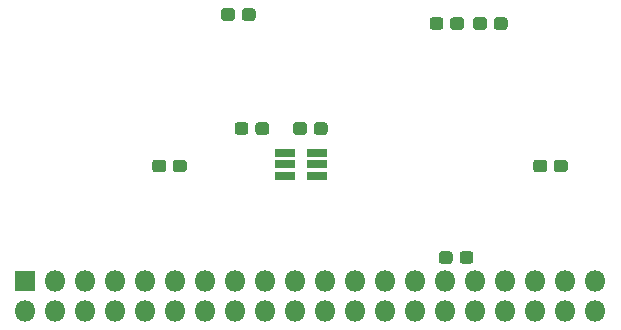
<source format=gbr>
G04 #@! TF.GenerationSoftware,KiCad,Pcbnew,(5.1.4-0-10_14)*
G04 #@! TF.CreationDate,2019-09-08T17:56:33-07:00*
G04 #@! TF.ProjectId,de10-lite-ram-rom,64653130-2d6c-4697-9465-2d72616d2d72,rev?*
G04 #@! TF.SameCoordinates,Original*
G04 #@! TF.FileFunction,Soldermask,Bot*
G04 #@! TF.FilePolarity,Negative*
%FSLAX46Y46*%
G04 Gerber Fmt 4.6, Leading zero omitted, Abs format (unit mm)*
G04 Created by KiCad (PCBNEW (5.1.4-0-10_14)) date 2019-09-08 17:56:33*
%MOMM*%
%LPD*%
G04 APERTURE LIST*
%ADD10R,1.661600X0.751600*%
%ADD11C,0.100000*%
%ADD12C,1.051600*%
%ADD13O,1.801600X1.801600*%
%ADD14R,1.801600X1.801600*%
G04 APERTURE END LIST*
D10*
X146638000Y-127762000D03*
X146638000Y-128712000D03*
X146638000Y-126812000D03*
X143938000Y-126812000D03*
X143938000Y-127762000D03*
X143938000Y-128712000D03*
D11*
G36*
X140560669Y-124189466D02*
G01*
X140586189Y-124193252D01*
X140611216Y-124199520D01*
X140635507Y-124208212D01*
X140658830Y-124219243D01*
X140680959Y-124232507D01*
X140701682Y-124247876D01*
X140720798Y-124265202D01*
X140738124Y-124284318D01*
X140753493Y-124305041D01*
X140766757Y-124327170D01*
X140777788Y-124350493D01*
X140786480Y-124374784D01*
X140792748Y-124399811D01*
X140796534Y-124425331D01*
X140797800Y-124451100D01*
X140797800Y-124976900D01*
X140796534Y-125002669D01*
X140792748Y-125028189D01*
X140786480Y-125053216D01*
X140777788Y-125077507D01*
X140766757Y-125100830D01*
X140753493Y-125122959D01*
X140738124Y-125143682D01*
X140720798Y-125162798D01*
X140701682Y-125180124D01*
X140680959Y-125195493D01*
X140658830Y-125208757D01*
X140635507Y-125219788D01*
X140611216Y-125228480D01*
X140586189Y-125234748D01*
X140560669Y-125238534D01*
X140534900Y-125239800D01*
X139909100Y-125239800D01*
X139883331Y-125238534D01*
X139857811Y-125234748D01*
X139832784Y-125228480D01*
X139808493Y-125219788D01*
X139785170Y-125208757D01*
X139763041Y-125195493D01*
X139742318Y-125180124D01*
X139723202Y-125162798D01*
X139705876Y-125143682D01*
X139690507Y-125122959D01*
X139677243Y-125100830D01*
X139666212Y-125077507D01*
X139657520Y-125053216D01*
X139651252Y-125028189D01*
X139647466Y-125002669D01*
X139646200Y-124976900D01*
X139646200Y-124451100D01*
X139647466Y-124425331D01*
X139651252Y-124399811D01*
X139657520Y-124374784D01*
X139666212Y-124350493D01*
X139677243Y-124327170D01*
X139690507Y-124305041D01*
X139705876Y-124284318D01*
X139723202Y-124265202D01*
X139742318Y-124247876D01*
X139763041Y-124232507D01*
X139785170Y-124219243D01*
X139808493Y-124208212D01*
X139832784Y-124199520D01*
X139857811Y-124193252D01*
X139883331Y-124189466D01*
X139909100Y-124188200D01*
X140534900Y-124188200D01*
X140560669Y-124189466D01*
X140560669Y-124189466D01*
G37*
D12*
X140222000Y-124714000D03*
D11*
G36*
X142310669Y-124189466D02*
G01*
X142336189Y-124193252D01*
X142361216Y-124199520D01*
X142385507Y-124208212D01*
X142408830Y-124219243D01*
X142430959Y-124232507D01*
X142451682Y-124247876D01*
X142470798Y-124265202D01*
X142488124Y-124284318D01*
X142503493Y-124305041D01*
X142516757Y-124327170D01*
X142527788Y-124350493D01*
X142536480Y-124374784D01*
X142542748Y-124399811D01*
X142546534Y-124425331D01*
X142547800Y-124451100D01*
X142547800Y-124976900D01*
X142546534Y-125002669D01*
X142542748Y-125028189D01*
X142536480Y-125053216D01*
X142527788Y-125077507D01*
X142516757Y-125100830D01*
X142503493Y-125122959D01*
X142488124Y-125143682D01*
X142470798Y-125162798D01*
X142451682Y-125180124D01*
X142430959Y-125195493D01*
X142408830Y-125208757D01*
X142385507Y-125219788D01*
X142361216Y-125228480D01*
X142336189Y-125234748D01*
X142310669Y-125238534D01*
X142284900Y-125239800D01*
X141659100Y-125239800D01*
X141633331Y-125238534D01*
X141607811Y-125234748D01*
X141582784Y-125228480D01*
X141558493Y-125219788D01*
X141535170Y-125208757D01*
X141513041Y-125195493D01*
X141492318Y-125180124D01*
X141473202Y-125162798D01*
X141455876Y-125143682D01*
X141440507Y-125122959D01*
X141427243Y-125100830D01*
X141416212Y-125077507D01*
X141407520Y-125053216D01*
X141401252Y-125028189D01*
X141397466Y-125002669D01*
X141396200Y-124976900D01*
X141396200Y-124451100D01*
X141397466Y-124425331D01*
X141401252Y-124399811D01*
X141407520Y-124374784D01*
X141416212Y-124350493D01*
X141427243Y-124327170D01*
X141440507Y-124305041D01*
X141455876Y-124284318D01*
X141473202Y-124265202D01*
X141492318Y-124247876D01*
X141513041Y-124232507D01*
X141535170Y-124219243D01*
X141558493Y-124208212D01*
X141582784Y-124199520D01*
X141607811Y-124193252D01*
X141633331Y-124189466D01*
X141659100Y-124188200D01*
X142284900Y-124188200D01*
X142310669Y-124189466D01*
X142310669Y-124189466D01*
G37*
D12*
X141972000Y-124714000D03*
D11*
G36*
X165833669Y-127364466D02*
G01*
X165859189Y-127368252D01*
X165884216Y-127374520D01*
X165908507Y-127383212D01*
X165931830Y-127394243D01*
X165953959Y-127407507D01*
X165974682Y-127422876D01*
X165993798Y-127440202D01*
X166011124Y-127459318D01*
X166026493Y-127480041D01*
X166039757Y-127502170D01*
X166050788Y-127525493D01*
X166059480Y-127549784D01*
X166065748Y-127574811D01*
X166069534Y-127600331D01*
X166070800Y-127626100D01*
X166070800Y-128151900D01*
X166069534Y-128177669D01*
X166065748Y-128203189D01*
X166059480Y-128228216D01*
X166050788Y-128252507D01*
X166039757Y-128275830D01*
X166026493Y-128297959D01*
X166011124Y-128318682D01*
X165993798Y-128337798D01*
X165974682Y-128355124D01*
X165953959Y-128370493D01*
X165931830Y-128383757D01*
X165908507Y-128394788D01*
X165884216Y-128403480D01*
X165859189Y-128409748D01*
X165833669Y-128413534D01*
X165807900Y-128414800D01*
X165182100Y-128414800D01*
X165156331Y-128413534D01*
X165130811Y-128409748D01*
X165105784Y-128403480D01*
X165081493Y-128394788D01*
X165058170Y-128383757D01*
X165036041Y-128370493D01*
X165015318Y-128355124D01*
X164996202Y-128337798D01*
X164978876Y-128318682D01*
X164963507Y-128297959D01*
X164950243Y-128275830D01*
X164939212Y-128252507D01*
X164930520Y-128228216D01*
X164924252Y-128203189D01*
X164920466Y-128177669D01*
X164919200Y-128151900D01*
X164919200Y-127626100D01*
X164920466Y-127600331D01*
X164924252Y-127574811D01*
X164930520Y-127549784D01*
X164939212Y-127525493D01*
X164950243Y-127502170D01*
X164963507Y-127480041D01*
X164978876Y-127459318D01*
X164996202Y-127440202D01*
X165015318Y-127422876D01*
X165036041Y-127407507D01*
X165058170Y-127394243D01*
X165081493Y-127383212D01*
X165105784Y-127374520D01*
X165130811Y-127368252D01*
X165156331Y-127364466D01*
X165182100Y-127363200D01*
X165807900Y-127363200D01*
X165833669Y-127364466D01*
X165833669Y-127364466D01*
G37*
D12*
X165495000Y-127889000D03*
D11*
G36*
X167583669Y-127364466D02*
G01*
X167609189Y-127368252D01*
X167634216Y-127374520D01*
X167658507Y-127383212D01*
X167681830Y-127394243D01*
X167703959Y-127407507D01*
X167724682Y-127422876D01*
X167743798Y-127440202D01*
X167761124Y-127459318D01*
X167776493Y-127480041D01*
X167789757Y-127502170D01*
X167800788Y-127525493D01*
X167809480Y-127549784D01*
X167815748Y-127574811D01*
X167819534Y-127600331D01*
X167820800Y-127626100D01*
X167820800Y-128151900D01*
X167819534Y-128177669D01*
X167815748Y-128203189D01*
X167809480Y-128228216D01*
X167800788Y-128252507D01*
X167789757Y-128275830D01*
X167776493Y-128297959D01*
X167761124Y-128318682D01*
X167743798Y-128337798D01*
X167724682Y-128355124D01*
X167703959Y-128370493D01*
X167681830Y-128383757D01*
X167658507Y-128394788D01*
X167634216Y-128403480D01*
X167609189Y-128409748D01*
X167583669Y-128413534D01*
X167557900Y-128414800D01*
X166932100Y-128414800D01*
X166906331Y-128413534D01*
X166880811Y-128409748D01*
X166855784Y-128403480D01*
X166831493Y-128394788D01*
X166808170Y-128383757D01*
X166786041Y-128370493D01*
X166765318Y-128355124D01*
X166746202Y-128337798D01*
X166728876Y-128318682D01*
X166713507Y-128297959D01*
X166700243Y-128275830D01*
X166689212Y-128252507D01*
X166680520Y-128228216D01*
X166674252Y-128203189D01*
X166670466Y-128177669D01*
X166669200Y-128151900D01*
X166669200Y-127626100D01*
X166670466Y-127600331D01*
X166674252Y-127574811D01*
X166680520Y-127549784D01*
X166689212Y-127525493D01*
X166700243Y-127502170D01*
X166713507Y-127480041D01*
X166728876Y-127459318D01*
X166746202Y-127440202D01*
X166765318Y-127422876D01*
X166786041Y-127407507D01*
X166808170Y-127394243D01*
X166831493Y-127383212D01*
X166855784Y-127374520D01*
X166880811Y-127368252D01*
X166906331Y-127364466D01*
X166932100Y-127363200D01*
X167557900Y-127363200D01*
X167583669Y-127364466D01*
X167583669Y-127364466D01*
G37*
D12*
X167245000Y-127889000D03*
D11*
G36*
X135325669Y-127364466D02*
G01*
X135351189Y-127368252D01*
X135376216Y-127374520D01*
X135400507Y-127383212D01*
X135423830Y-127394243D01*
X135445959Y-127407507D01*
X135466682Y-127422876D01*
X135485798Y-127440202D01*
X135503124Y-127459318D01*
X135518493Y-127480041D01*
X135531757Y-127502170D01*
X135542788Y-127525493D01*
X135551480Y-127549784D01*
X135557748Y-127574811D01*
X135561534Y-127600331D01*
X135562800Y-127626100D01*
X135562800Y-128151900D01*
X135561534Y-128177669D01*
X135557748Y-128203189D01*
X135551480Y-128228216D01*
X135542788Y-128252507D01*
X135531757Y-128275830D01*
X135518493Y-128297959D01*
X135503124Y-128318682D01*
X135485798Y-128337798D01*
X135466682Y-128355124D01*
X135445959Y-128370493D01*
X135423830Y-128383757D01*
X135400507Y-128394788D01*
X135376216Y-128403480D01*
X135351189Y-128409748D01*
X135325669Y-128413534D01*
X135299900Y-128414800D01*
X134674100Y-128414800D01*
X134648331Y-128413534D01*
X134622811Y-128409748D01*
X134597784Y-128403480D01*
X134573493Y-128394788D01*
X134550170Y-128383757D01*
X134528041Y-128370493D01*
X134507318Y-128355124D01*
X134488202Y-128337798D01*
X134470876Y-128318682D01*
X134455507Y-128297959D01*
X134442243Y-128275830D01*
X134431212Y-128252507D01*
X134422520Y-128228216D01*
X134416252Y-128203189D01*
X134412466Y-128177669D01*
X134411200Y-128151900D01*
X134411200Y-127626100D01*
X134412466Y-127600331D01*
X134416252Y-127574811D01*
X134422520Y-127549784D01*
X134431212Y-127525493D01*
X134442243Y-127502170D01*
X134455507Y-127480041D01*
X134470876Y-127459318D01*
X134488202Y-127440202D01*
X134507318Y-127422876D01*
X134528041Y-127407507D01*
X134550170Y-127394243D01*
X134573493Y-127383212D01*
X134597784Y-127374520D01*
X134622811Y-127368252D01*
X134648331Y-127364466D01*
X134674100Y-127363200D01*
X135299900Y-127363200D01*
X135325669Y-127364466D01*
X135325669Y-127364466D01*
G37*
D12*
X134987000Y-127889000D03*
D11*
G36*
X133575669Y-127364466D02*
G01*
X133601189Y-127368252D01*
X133626216Y-127374520D01*
X133650507Y-127383212D01*
X133673830Y-127394243D01*
X133695959Y-127407507D01*
X133716682Y-127422876D01*
X133735798Y-127440202D01*
X133753124Y-127459318D01*
X133768493Y-127480041D01*
X133781757Y-127502170D01*
X133792788Y-127525493D01*
X133801480Y-127549784D01*
X133807748Y-127574811D01*
X133811534Y-127600331D01*
X133812800Y-127626100D01*
X133812800Y-128151900D01*
X133811534Y-128177669D01*
X133807748Y-128203189D01*
X133801480Y-128228216D01*
X133792788Y-128252507D01*
X133781757Y-128275830D01*
X133768493Y-128297959D01*
X133753124Y-128318682D01*
X133735798Y-128337798D01*
X133716682Y-128355124D01*
X133695959Y-128370493D01*
X133673830Y-128383757D01*
X133650507Y-128394788D01*
X133626216Y-128403480D01*
X133601189Y-128409748D01*
X133575669Y-128413534D01*
X133549900Y-128414800D01*
X132924100Y-128414800D01*
X132898331Y-128413534D01*
X132872811Y-128409748D01*
X132847784Y-128403480D01*
X132823493Y-128394788D01*
X132800170Y-128383757D01*
X132778041Y-128370493D01*
X132757318Y-128355124D01*
X132738202Y-128337798D01*
X132720876Y-128318682D01*
X132705507Y-128297959D01*
X132692243Y-128275830D01*
X132681212Y-128252507D01*
X132672520Y-128228216D01*
X132666252Y-128203189D01*
X132662466Y-128177669D01*
X132661200Y-128151900D01*
X132661200Y-127626100D01*
X132662466Y-127600331D01*
X132666252Y-127574811D01*
X132672520Y-127549784D01*
X132681212Y-127525493D01*
X132692243Y-127502170D01*
X132705507Y-127480041D01*
X132720876Y-127459318D01*
X132738202Y-127440202D01*
X132757318Y-127422876D01*
X132778041Y-127407507D01*
X132800170Y-127394243D01*
X132823493Y-127383212D01*
X132847784Y-127374520D01*
X132872811Y-127368252D01*
X132898331Y-127364466D01*
X132924100Y-127363200D01*
X133549900Y-127363200D01*
X133575669Y-127364466D01*
X133575669Y-127364466D01*
G37*
D12*
X133237000Y-127889000D03*
D13*
X170180000Y-140208000D03*
X170180000Y-137668000D03*
X167640000Y-140208000D03*
X167640000Y-137668000D03*
X165100000Y-140208000D03*
X165100000Y-137668000D03*
X162560000Y-140208000D03*
X162560000Y-137668000D03*
X160020000Y-140208000D03*
X160020000Y-137668000D03*
X157480000Y-140208000D03*
X157480000Y-137668000D03*
X154940000Y-140208000D03*
X154940000Y-137668000D03*
X152400000Y-140208000D03*
X152400000Y-137668000D03*
X149860000Y-140208000D03*
X149860000Y-137668000D03*
X147320000Y-140208000D03*
X147320000Y-137668000D03*
X144780000Y-140208000D03*
X144780000Y-137668000D03*
X142240000Y-140208000D03*
X142240000Y-137668000D03*
X139700000Y-140208000D03*
X139700000Y-137668000D03*
X137160000Y-140208000D03*
X137160000Y-137668000D03*
X134620000Y-140208000D03*
X134620000Y-137668000D03*
X132080000Y-140208000D03*
X132080000Y-137668000D03*
X129540000Y-140208000D03*
X129540000Y-137668000D03*
X127000000Y-140208000D03*
X127000000Y-137668000D03*
X124460000Y-140208000D03*
X124460000Y-137668000D03*
X121920000Y-140208000D03*
D14*
X121920000Y-137668000D03*
D11*
G36*
X160753669Y-115299466D02*
G01*
X160779189Y-115303252D01*
X160804216Y-115309520D01*
X160828507Y-115318212D01*
X160851830Y-115329243D01*
X160873959Y-115342507D01*
X160894682Y-115357876D01*
X160913798Y-115375202D01*
X160931124Y-115394318D01*
X160946493Y-115415041D01*
X160959757Y-115437170D01*
X160970788Y-115460493D01*
X160979480Y-115484784D01*
X160985748Y-115509811D01*
X160989534Y-115535331D01*
X160990800Y-115561100D01*
X160990800Y-116086900D01*
X160989534Y-116112669D01*
X160985748Y-116138189D01*
X160979480Y-116163216D01*
X160970788Y-116187507D01*
X160959757Y-116210830D01*
X160946493Y-116232959D01*
X160931124Y-116253682D01*
X160913798Y-116272798D01*
X160894682Y-116290124D01*
X160873959Y-116305493D01*
X160851830Y-116318757D01*
X160828507Y-116329788D01*
X160804216Y-116338480D01*
X160779189Y-116344748D01*
X160753669Y-116348534D01*
X160727900Y-116349800D01*
X160102100Y-116349800D01*
X160076331Y-116348534D01*
X160050811Y-116344748D01*
X160025784Y-116338480D01*
X160001493Y-116329788D01*
X159978170Y-116318757D01*
X159956041Y-116305493D01*
X159935318Y-116290124D01*
X159916202Y-116272798D01*
X159898876Y-116253682D01*
X159883507Y-116232959D01*
X159870243Y-116210830D01*
X159859212Y-116187507D01*
X159850520Y-116163216D01*
X159844252Y-116138189D01*
X159840466Y-116112669D01*
X159839200Y-116086900D01*
X159839200Y-115561100D01*
X159840466Y-115535331D01*
X159844252Y-115509811D01*
X159850520Y-115484784D01*
X159859212Y-115460493D01*
X159870243Y-115437170D01*
X159883507Y-115415041D01*
X159898876Y-115394318D01*
X159916202Y-115375202D01*
X159935318Y-115357876D01*
X159956041Y-115342507D01*
X159978170Y-115329243D01*
X160001493Y-115318212D01*
X160025784Y-115309520D01*
X160050811Y-115303252D01*
X160076331Y-115299466D01*
X160102100Y-115298200D01*
X160727900Y-115298200D01*
X160753669Y-115299466D01*
X160753669Y-115299466D01*
G37*
D12*
X160415000Y-115824000D03*
D11*
G36*
X162503669Y-115299466D02*
G01*
X162529189Y-115303252D01*
X162554216Y-115309520D01*
X162578507Y-115318212D01*
X162601830Y-115329243D01*
X162623959Y-115342507D01*
X162644682Y-115357876D01*
X162663798Y-115375202D01*
X162681124Y-115394318D01*
X162696493Y-115415041D01*
X162709757Y-115437170D01*
X162720788Y-115460493D01*
X162729480Y-115484784D01*
X162735748Y-115509811D01*
X162739534Y-115535331D01*
X162740800Y-115561100D01*
X162740800Y-116086900D01*
X162739534Y-116112669D01*
X162735748Y-116138189D01*
X162729480Y-116163216D01*
X162720788Y-116187507D01*
X162709757Y-116210830D01*
X162696493Y-116232959D01*
X162681124Y-116253682D01*
X162663798Y-116272798D01*
X162644682Y-116290124D01*
X162623959Y-116305493D01*
X162601830Y-116318757D01*
X162578507Y-116329788D01*
X162554216Y-116338480D01*
X162529189Y-116344748D01*
X162503669Y-116348534D01*
X162477900Y-116349800D01*
X161852100Y-116349800D01*
X161826331Y-116348534D01*
X161800811Y-116344748D01*
X161775784Y-116338480D01*
X161751493Y-116329788D01*
X161728170Y-116318757D01*
X161706041Y-116305493D01*
X161685318Y-116290124D01*
X161666202Y-116272798D01*
X161648876Y-116253682D01*
X161633507Y-116232959D01*
X161620243Y-116210830D01*
X161609212Y-116187507D01*
X161600520Y-116163216D01*
X161594252Y-116138189D01*
X161590466Y-116112669D01*
X161589200Y-116086900D01*
X161589200Y-115561100D01*
X161590466Y-115535331D01*
X161594252Y-115509811D01*
X161600520Y-115484784D01*
X161609212Y-115460493D01*
X161620243Y-115437170D01*
X161633507Y-115415041D01*
X161648876Y-115394318D01*
X161666202Y-115375202D01*
X161685318Y-115357876D01*
X161706041Y-115342507D01*
X161728170Y-115329243D01*
X161751493Y-115318212D01*
X161775784Y-115309520D01*
X161800811Y-115303252D01*
X161826331Y-115299466D01*
X161852100Y-115298200D01*
X162477900Y-115298200D01*
X162503669Y-115299466D01*
X162503669Y-115299466D01*
G37*
D12*
X162165000Y-115824000D03*
D11*
G36*
X145513669Y-124189466D02*
G01*
X145539189Y-124193252D01*
X145564216Y-124199520D01*
X145588507Y-124208212D01*
X145611830Y-124219243D01*
X145633959Y-124232507D01*
X145654682Y-124247876D01*
X145673798Y-124265202D01*
X145691124Y-124284318D01*
X145706493Y-124305041D01*
X145719757Y-124327170D01*
X145730788Y-124350493D01*
X145739480Y-124374784D01*
X145745748Y-124399811D01*
X145749534Y-124425331D01*
X145750800Y-124451100D01*
X145750800Y-124976900D01*
X145749534Y-125002669D01*
X145745748Y-125028189D01*
X145739480Y-125053216D01*
X145730788Y-125077507D01*
X145719757Y-125100830D01*
X145706493Y-125122959D01*
X145691124Y-125143682D01*
X145673798Y-125162798D01*
X145654682Y-125180124D01*
X145633959Y-125195493D01*
X145611830Y-125208757D01*
X145588507Y-125219788D01*
X145564216Y-125228480D01*
X145539189Y-125234748D01*
X145513669Y-125238534D01*
X145487900Y-125239800D01*
X144862100Y-125239800D01*
X144836331Y-125238534D01*
X144810811Y-125234748D01*
X144785784Y-125228480D01*
X144761493Y-125219788D01*
X144738170Y-125208757D01*
X144716041Y-125195493D01*
X144695318Y-125180124D01*
X144676202Y-125162798D01*
X144658876Y-125143682D01*
X144643507Y-125122959D01*
X144630243Y-125100830D01*
X144619212Y-125077507D01*
X144610520Y-125053216D01*
X144604252Y-125028189D01*
X144600466Y-125002669D01*
X144599200Y-124976900D01*
X144599200Y-124451100D01*
X144600466Y-124425331D01*
X144604252Y-124399811D01*
X144610520Y-124374784D01*
X144619212Y-124350493D01*
X144630243Y-124327170D01*
X144643507Y-124305041D01*
X144658876Y-124284318D01*
X144676202Y-124265202D01*
X144695318Y-124247876D01*
X144716041Y-124232507D01*
X144738170Y-124219243D01*
X144761493Y-124208212D01*
X144785784Y-124199520D01*
X144810811Y-124193252D01*
X144836331Y-124189466D01*
X144862100Y-124188200D01*
X145487900Y-124188200D01*
X145513669Y-124189466D01*
X145513669Y-124189466D01*
G37*
D12*
X145175000Y-124714000D03*
D11*
G36*
X147263669Y-124189466D02*
G01*
X147289189Y-124193252D01*
X147314216Y-124199520D01*
X147338507Y-124208212D01*
X147361830Y-124219243D01*
X147383959Y-124232507D01*
X147404682Y-124247876D01*
X147423798Y-124265202D01*
X147441124Y-124284318D01*
X147456493Y-124305041D01*
X147469757Y-124327170D01*
X147480788Y-124350493D01*
X147489480Y-124374784D01*
X147495748Y-124399811D01*
X147499534Y-124425331D01*
X147500800Y-124451100D01*
X147500800Y-124976900D01*
X147499534Y-125002669D01*
X147495748Y-125028189D01*
X147489480Y-125053216D01*
X147480788Y-125077507D01*
X147469757Y-125100830D01*
X147456493Y-125122959D01*
X147441124Y-125143682D01*
X147423798Y-125162798D01*
X147404682Y-125180124D01*
X147383959Y-125195493D01*
X147361830Y-125208757D01*
X147338507Y-125219788D01*
X147314216Y-125228480D01*
X147289189Y-125234748D01*
X147263669Y-125238534D01*
X147237900Y-125239800D01*
X146612100Y-125239800D01*
X146586331Y-125238534D01*
X146560811Y-125234748D01*
X146535784Y-125228480D01*
X146511493Y-125219788D01*
X146488170Y-125208757D01*
X146466041Y-125195493D01*
X146445318Y-125180124D01*
X146426202Y-125162798D01*
X146408876Y-125143682D01*
X146393507Y-125122959D01*
X146380243Y-125100830D01*
X146369212Y-125077507D01*
X146360520Y-125053216D01*
X146354252Y-125028189D01*
X146350466Y-125002669D01*
X146349200Y-124976900D01*
X146349200Y-124451100D01*
X146350466Y-124425331D01*
X146354252Y-124399811D01*
X146360520Y-124374784D01*
X146369212Y-124350493D01*
X146380243Y-124327170D01*
X146393507Y-124305041D01*
X146408876Y-124284318D01*
X146426202Y-124265202D01*
X146445318Y-124247876D01*
X146466041Y-124232507D01*
X146488170Y-124219243D01*
X146511493Y-124208212D01*
X146535784Y-124199520D01*
X146560811Y-124193252D01*
X146586331Y-124189466D01*
X146612100Y-124188200D01*
X147237900Y-124188200D01*
X147263669Y-124189466D01*
X147263669Y-124189466D01*
G37*
D12*
X146925000Y-124714000D03*
D11*
G36*
X157056669Y-115299466D02*
G01*
X157082189Y-115303252D01*
X157107216Y-115309520D01*
X157131507Y-115318212D01*
X157154830Y-115329243D01*
X157176959Y-115342507D01*
X157197682Y-115357876D01*
X157216798Y-115375202D01*
X157234124Y-115394318D01*
X157249493Y-115415041D01*
X157262757Y-115437170D01*
X157273788Y-115460493D01*
X157282480Y-115484784D01*
X157288748Y-115509811D01*
X157292534Y-115535331D01*
X157293800Y-115561100D01*
X157293800Y-116086900D01*
X157292534Y-116112669D01*
X157288748Y-116138189D01*
X157282480Y-116163216D01*
X157273788Y-116187507D01*
X157262757Y-116210830D01*
X157249493Y-116232959D01*
X157234124Y-116253682D01*
X157216798Y-116272798D01*
X157197682Y-116290124D01*
X157176959Y-116305493D01*
X157154830Y-116318757D01*
X157131507Y-116329788D01*
X157107216Y-116338480D01*
X157082189Y-116344748D01*
X157056669Y-116348534D01*
X157030900Y-116349800D01*
X156405100Y-116349800D01*
X156379331Y-116348534D01*
X156353811Y-116344748D01*
X156328784Y-116338480D01*
X156304493Y-116329788D01*
X156281170Y-116318757D01*
X156259041Y-116305493D01*
X156238318Y-116290124D01*
X156219202Y-116272798D01*
X156201876Y-116253682D01*
X156186507Y-116232959D01*
X156173243Y-116210830D01*
X156162212Y-116187507D01*
X156153520Y-116163216D01*
X156147252Y-116138189D01*
X156143466Y-116112669D01*
X156142200Y-116086900D01*
X156142200Y-115561100D01*
X156143466Y-115535331D01*
X156147252Y-115509811D01*
X156153520Y-115484784D01*
X156162212Y-115460493D01*
X156173243Y-115437170D01*
X156186507Y-115415041D01*
X156201876Y-115394318D01*
X156219202Y-115375202D01*
X156238318Y-115357876D01*
X156259041Y-115342507D01*
X156281170Y-115329243D01*
X156304493Y-115318212D01*
X156328784Y-115309520D01*
X156353811Y-115303252D01*
X156379331Y-115299466D01*
X156405100Y-115298200D01*
X157030900Y-115298200D01*
X157056669Y-115299466D01*
X157056669Y-115299466D01*
G37*
D12*
X156718000Y-115824000D03*
D11*
G36*
X158806669Y-115299466D02*
G01*
X158832189Y-115303252D01*
X158857216Y-115309520D01*
X158881507Y-115318212D01*
X158904830Y-115329243D01*
X158926959Y-115342507D01*
X158947682Y-115357876D01*
X158966798Y-115375202D01*
X158984124Y-115394318D01*
X158999493Y-115415041D01*
X159012757Y-115437170D01*
X159023788Y-115460493D01*
X159032480Y-115484784D01*
X159038748Y-115509811D01*
X159042534Y-115535331D01*
X159043800Y-115561100D01*
X159043800Y-116086900D01*
X159042534Y-116112669D01*
X159038748Y-116138189D01*
X159032480Y-116163216D01*
X159023788Y-116187507D01*
X159012757Y-116210830D01*
X158999493Y-116232959D01*
X158984124Y-116253682D01*
X158966798Y-116272798D01*
X158947682Y-116290124D01*
X158926959Y-116305493D01*
X158904830Y-116318757D01*
X158881507Y-116329788D01*
X158857216Y-116338480D01*
X158832189Y-116344748D01*
X158806669Y-116348534D01*
X158780900Y-116349800D01*
X158155100Y-116349800D01*
X158129331Y-116348534D01*
X158103811Y-116344748D01*
X158078784Y-116338480D01*
X158054493Y-116329788D01*
X158031170Y-116318757D01*
X158009041Y-116305493D01*
X157988318Y-116290124D01*
X157969202Y-116272798D01*
X157951876Y-116253682D01*
X157936507Y-116232959D01*
X157923243Y-116210830D01*
X157912212Y-116187507D01*
X157903520Y-116163216D01*
X157897252Y-116138189D01*
X157893466Y-116112669D01*
X157892200Y-116086900D01*
X157892200Y-115561100D01*
X157893466Y-115535331D01*
X157897252Y-115509811D01*
X157903520Y-115484784D01*
X157912212Y-115460493D01*
X157923243Y-115437170D01*
X157936507Y-115415041D01*
X157951876Y-115394318D01*
X157969202Y-115375202D01*
X157988318Y-115357876D01*
X158009041Y-115342507D01*
X158031170Y-115329243D01*
X158054493Y-115318212D01*
X158078784Y-115309520D01*
X158103811Y-115303252D01*
X158129331Y-115299466D01*
X158155100Y-115298200D01*
X158780900Y-115298200D01*
X158806669Y-115299466D01*
X158806669Y-115299466D01*
G37*
D12*
X158468000Y-115824000D03*
D11*
G36*
X141167669Y-114537466D02*
G01*
X141193189Y-114541252D01*
X141218216Y-114547520D01*
X141242507Y-114556212D01*
X141265830Y-114567243D01*
X141287959Y-114580507D01*
X141308682Y-114595876D01*
X141327798Y-114613202D01*
X141345124Y-114632318D01*
X141360493Y-114653041D01*
X141373757Y-114675170D01*
X141384788Y-114698493D01*
X141393480Y-114722784D01*
X141399748Y-114747811D01*
X141403534Y-114773331D01*
X141404800Y-114799100D01*
X141404800Y-115324900D01*
X141403534Y-115350669D01*
X141399748Y-115376189D01*
X141393480Y-115401216D01*
X141384788Y-115425507D01*
X141373757Y-115448830D01*
X141360493Y-115470959D01*
X141345124Y-115491682D01*
X141327798Y-115510798D01*
X141308682Y-115528124D01*
X141287959Y-115543493D01*
X141265830Y-115556757D01*
X141242507Y-115567788D01*
X141218216Y-115576480D01*
X141193189Y-115582748D01*
X141167669Y-115586534D01*
X141141900Y-115587800D01*
X140516100Y-115587800D01*
X140490331Y-115586534D01*
X140464811Y-115582748D01*
X140439784Y-115576480D01*
X140415493Y-115567788D01*
X140392170Y-115556757D01*
X140370041Y-115543493D01*
X140349318Y-115528124D01*
X140330202Y-115510798D01*
X140312876Y-115491682D01*
X140297507Y-115470959D01*
X140284243Y-115448830D01*
X140273212Y-115425507D01*
X140264520Y-115401216D01*
X140258252Y-115376189D01*
X140254466Y-115350669D01*
X140253200Y-115324900D01*
X140253200Y-114799100D01*
X140254466Y-114773331D01*
X140258252Y-114747811D01*
X140264520Y-114722784D01*
X140273212Y-114698493D01*
X140284243Y-114675170D01*
X140297507Y-114653041D01*
X140312876Y-114632318D01*
X140330202Y-114613202D01*
X140349318Y-114595876D01*
X140370041Y-114580507D01*
X140392170Y-114567243D01*
X140415493Y-114556212D01*
X140439784Y-114547520D01*
X140464811Y-114541252D01*
X140490331Y-114537466D01*
X140516100Y-114536200D01*
X141141900Y-114536200D01*
X141167669Y-114537466D01*
X141167669Y-114537466D01*
G37*
D12*
X140829000Y-115062000D03*
D11*
G36*
X139417669Y-114537466D02*
G01*
X139443189Y-114541252D01*
X139468216Y-114547520D01*
X139492507Y-114556212D01*
X139515830Y-114567243D01*
X139537959Y-114580507D01*
X139558682Y-114595876D01*
X139577798Y-114613202D01*
X139595124Y-114632318D01*
X139610493Y-114653041D01*
X139623757Y-114675170D01*
X139634788Y-114698493D01*
X139643480Y-114722784D01*
X139649748Y-114747811D01*
X139653534Y-114773331D01*
X139654800Y-114799100D01*
X139654800Y-115324900D01*
X139653534Y-115350669D01*
X139649748Y-115376189D01*
X139643480Y-115401216D01*
X139634788Y-115425507D01*
X139623757Y-115448830D01*
X139610493Y-115470959D01*
X139595124Y-115491682D01*
X139577798Y-115510798D01*
X139558682Y-115528124D01*
X139537959Y-115543493D01*
X139515830Y-115556757D01*
X139492507Y-115567788D01*
X139468216Y-115576480D01*
X139443189Y-115582748D01*
X139417669Y-115586534D01*
X139391900Y-115587800D01*
X138766100Y-115587800D01*
X138740331Y-115586534D01*
X138714811Y-115582748D01*
X138689784Y-115576480D01*
X138665493Y-115567788D01*
X138642170Y-115556757D01*
X138620041Y-115543493D01*
X138599318Y-115528124D01*
X138580202Y-115510798D01*
X138562876Y-115491682D01*
X138547507Y-115470959D01*
X138534243Y-115448830D01*
X138523212Y-115425507D01*
X138514520Y-115401216D01*
X138508252Y-115376189D01*
X138504466Y-115350669D01*
X138503200Y-115324900D01*
X138503200Y-114799100D01*
X138504466Y-114773331D01*
X138508252Y-114747811D01*
X138514520Y-114722784D01*
X138523212Y-114698493D01*
X138534243Y-114675170D01*
X138547507Y-114653041D01*
X138562876Y-114632318D01*
X138580202Y-114613202D01*
X138599318Y-114595876D01*
X138620041Y-114580507D01*
X138642170Y-114567243D01*
X138665493Y-114556212D01*
X138689784Y-114547520D01*
X138714811Y-114541252D01*
X138740331Y-114537466D01*
X138766100Y-114536200D01*
X139391900Y-114536200D01*
X139417669Y-114537466D01*
X139417669Y-114537466D01*
G37*
D12*
X139079000Y-115062000D03*
D11*
G36*
X159596669Y-135111466D02*
G01*
X159622189Y-135115252D01*
X159647216Y-135121520D01*
X159671507Y-135130212D01*
X159694830Y-135141243D01*
X159716959Y-135154507D01*
X159737682Y-135169876D01*
X159756798Y-135187202D01*
X159774124Y-135206318D01*
X159789493Y-135227041D01*
X159802757Y-135249170D01*
X159813788Y-135272493D01*
X159822480Y-135296784D01*
X159828748Y-135321811D01*
X159832534Y-135347331D01*
X159833800Y-135373100D01*
X159833800Y-135898900D01*
X159832534Y-135924669D01*
X159828748Y-135950189D01*
X159822480Y-135975216D01*
X159813788Y-135999507D01*
X159802757Y-136022830D01*
X159789493Y-136044959D01*
X159774124Y-136065682D01*
X159756798Y-136084798D01*
X159737682Y-136102124D01*
X159716959Y-136117493D01*
X159694830Y-136130757D01*
X159671507Y-136141788D01*
X159647216Y-136150480D01*
X159622189Y-136156748D01*
X159596669Y-136160534D01*
X159570900Y-136161800D01*
X158945100Y-136161800D01*
X158919331Y-136160534D01*
X158893811Y-136156748D01*
X158868784Y-136150480D01*
X158844493Y-136141788D01*
X158821170Y-136130757D01*
X158799041Y-136117493D01*
X158778318Y-136102124D01*
X158759202Y-136084798D01*
X158741876Y-136065682D01*
X158726507Y-136044959D01*
X158713243Y-136022830D01*
X158702212Y-135999507D01*
X158693520Y-135975216D01*
X158687252Y-135950189D01*
X158683466Y-135924669D01*
X158682200Y-135898900D01*
X158682200Y-135373100D01*
X158683466Y-135347331D01*
X158687252Y-135321811D01*
X158693520Y-135296784D01*
X158702212Y-135272493D01*
X158713243Y-135249170D01*
X158726507Y-135227041D01*
X158741876Y-135206318D01*
X158759202Y-135187202D01*
X158778318Y-135169876D01*
X158799041Y-135154507D01*
X158821170Y-135141243D01*
X158844493Y-135130212D01*
X158868784Y-135121520D01*
X158893811Y-135115252D01*
X158919331Y-135111466D01*
X158945100Y-135110200D01*
X159570900Y-135110200D01*
X159596669Y-135111466D01*
X159596669Y-135111466D01*
G37*
D12*
X159258000Y-135636000D03*
D11*
G36*
X157846669Y-135111466D02*
G01*
X157872189Y-135115252D01*
X157897216Y-135121520D01*
X157921507Y-135130212D01*
X157944830Y-135141243D01*
X157966959Y-135154507D01*
X157987682Y-135169876D01*
X158006798Y-135187202D01*
X158024124Y-135206318D01*
X158039493Y-135227041D01*
X158052757Y-135249170D01*
X158063788Y-135272493D01*
X158072480Y-135296784D01*
X158078748Y-135321811D01*
X158082534Y-135347331D01*
X158083800Y-135373100D01*
X158083800Y-135898900D01*
X158082534Y-135924669D01*
X158078748Y-135950189D01*
X158072480Y-135975216D01*
X158063788Y-135999507D01*
X158052757Y-136022830D01*
X158039493Y-136044959D01*
X158024124Y-136065682D01*
X158006798Y-136084798D01*
X157987682Y-136102124D01*
X157966959Y-136117493D01*
X157944830Y-136130757D01*
X157921507Y-136141788D01*
X157897216Y-136150480D01*
X157872189Y-136156748D01*
X157846669Y-136160534D01*
X157820900Y-136161800D01*
X157195100Y-136161800D01*
X157169331Y-136160534D01*
X157143811Y-136156748D01*
X157118784Y-136150480D01*
X157094493Y-136141788D01*
X157071170Y-136130757D01*
X157049041Y-136117493D01*
X157028318Y-136102124D01*
X157009202Y-136084798D01*
X156991876Y-136065682D01*
X156976507Y-136044959D01*
X156963243Y-136022830D01*
X156952212Y-135999507D01*
X156943520Y-135975216D01*
X156937252Y-135950189D01*
X156933466Y-135924669D01*
X156932200Y-135898900D01*
X156932200Y-135373100D01*
X156933466Y-135347331D01*
X156937252Y-135321811D01*
X156943520Y-135296784D01*
X156952212Y-135272493D01*
X156963243Y-135249170D01*
X156976507Y-135227041D01*
X156991876Y-135206318D01*
X157009202Y-135187202D01*
X157028318Y-135169876D01*
X157049041Y-135154507D01*
X157071170Y-135141243D01*
X157094493Y-135130212D01*
X157118784Y-135121520D01*
X157143811Y-135115252D01*
X157169331Y-135111466D01*
X157195100Y-135110200D01*
X157820900Y-135110200D01*
X157846669Y-135111466D01*
X157846669Y-135111466D01*
G37*
D12*
X157508000Y-135636000D03*
M02*

</source>
